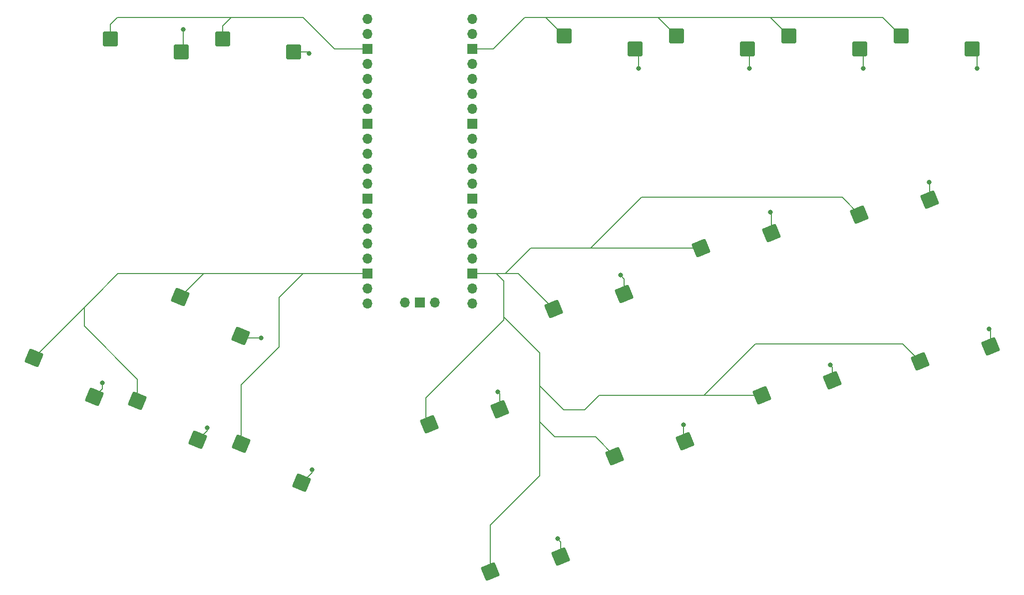
<source format=gbr>
%TF.GenerationSoftware,KiCad,Pcbnew,7.0.5*%
%TF.CreationDate,2023-08-11T22:31:08-05:00*%
%TF.ProjectId,ArkeyV2,41726b65-7956-4322-9e6b-696361645f70,rev?*%
%TF.SameCoordinates,Original*%
%TF.FileFunction,Copper,L2,Bot*%
%TF.FilePolarity,Positive*%
%FSLAX46Y46*%
G04 Gerber Fmt 4.6, Leading zero omitted, Abs format (unit mm)*
G04 Created by KiCad (PCBNEW 7.0.5) date 2023-08-11 22:31:08*
%MOMM*%
%LPD*%
G01*
G04 APERTURE LIST*
G04 Aperture macros list*
%AMRoundRect*
0 Rectangle with rounded corners*
0 $1 Rounding radius*
0 $2 $3 $4 $5 $6 $7 $8 $9 X,Y pos of 4 corners*
0 Add a 4 corners polygon primitive as box body*
4,1,4,$2,$3,$4,$5,$6,$7,$8,$9,$2,$3,0*
0 Add four circle primitives for the rounded corners*
1,1,$1+$1,$2,$3*
1,1,$1+$1,$4,$5*
1,1,$1+$1,$6,$7*
1,1,$1+$1,$8,$9*
0 Add four rect primitives between the rounded corners*
20,1,$1+$1,$2,$3,$4,$5,0*
20,1,$1+$1,$4,$5,$6,$7,0*
20,1,$1+$1,$6,$7,$8,$9,0*
20,1,$1+$1,$8,$9,$2,$3,0*%
G04 Aperture macros list end*
%TA.AperFunction,SMDPad,CuDef*%
%ADD10RoundRect,0.250000X-0.564293X-1.316130X1.329660X-0.531629X0.564293X1.316130X-1.329660X0.531629X0*%
%TD*%
%TA.AperFunction,SMDPad,CuDef*%
%ADD11RoundRect,0.250000X-1.025000X-1.000000X1.025000X-1.000000X1.025000X1.000000X-1.025000X1.000000X0*%
%TD*%
%TA.AperFunction,SMDPad,CuDef*%
%ADD12RoundRect,0.250000X-1.329660X-0.531629X0.564293X-1.316130X1.329660X0.531629X-0.564293X1.316130X0*%
%TD*%
%TA.AperFunction,ComponentPad*%
%ADD13O,1.700000X1.700000*%
%TD*%
%TA.AperFunction,ComponentPad*%
%ADD14R,1.700000X1.700000*%
%TD*%
%TA.AperFunction,ViaPad*%
%ADD15C,0.800000*%
%TD*%
%TA.AperFunction,Conductor*%
%ADD16C,0.140000*%
%TD*%
G04 APERTURE END LIST*
D10*
%TO.P,GP14,1*%
%TO.N,N/C*%
X154720159Y-121909630D03*
%TO.P,GP14,2*%
X166648617Y-119349964D03*
%TD*%
D11*
%TO.P,GP1,1*%
%TO.N,N/C*%
X109364000Y-31592000D03*
%TO.P,GP1,2*%
X121364000Y-33792000D03*
%TD*%
D12*
%TO.P,GP13,2*%
%TO.N,N/C*%
X122739622Y-106855332D03*
%TO.P,GP13,1*%
X112494971Y-100230596D03*
%TD*%
D10*
%TO.P,GP15,1*%
%TO.N,N/C*%
X144387707Y-96964882D03*
%TO.P,GP15,2*%
X156316165Y-94405216D03*
%TD*%
%TO.P,GP18,1*%
%TO.N,N/C*%
X200782820Y-92005929D03*
%TO.P,GP18,2*%
X212711278Y-89446263D03*
%TD*%
D11*
%TO.P,GP28,1*%
%TO.N,N/C*%
X167276000Y-31084000D03*
%TO.P,GP28,2*%
X179276000Y-33284000D03*
%TD*%
%TO.P,GP22,1*%
%TO.N,N/C*%
X224426000Y-31084000D03*
%TO.P,GP22,2*%
X236426000Y-33284000D03*
%TD*%
D10*
%TO.P,GP17,1*%
%TO.N,N/C*%
X165505620Y-77393634D03*
%TO.P,GP17,2*%
X177434078Y-74833968D03*
%TD*%
D12*
%TO.P,GP12,2*%
%TO.N,N/C*%
X105139717Y-99565212D03*
%TO.P,GP12,1*%
X94895066Y-92940476D03*
%TD*%
D11*
%TO.P,GP27,1*%
%TO.N,N/C*%
X186326000Y-31084000D03*
%TO.P,GP27,2*%
X198326000Y-33284000D03*
%TD*%
D10*
%TO.P,GP21,1*%
%TO.N,N/C*%
X227640984Y-86292874D03*
%TO.P,GP21,2*%
X239569442Y-83733208D03*
%TD*%
D12*
%TO.P,GP10,1*%
%TO.N,N/C*%
X77295161Y-85650357D03*
%TO.P,GP10,2*%
X87539812Y-92275093D03*
%TD*%
D11*
%TO.P,GP26,1*%
%TO.N,N/C*%
X205376000Y-31084000D03*
%TO.P,GP26,2*%
X217376000Y-33284000D03*
%TD*%
D12*
%TO.P,GP11,2*%
%TO.N,N/C*%
X112429836Y-81965308D03*
%TO.P,GP11,1*%
X102185185Y-75340572D03*
%TD*%
D10*
%TO.P,GP16,1*%
%TO.N,N/C*%
X175838072Y-102338382D03*
%TO.P,GP16,2*%
X187766530Y-99778716D03*
%TD*%
D13*
%TO.P,REF\u002A\u002A,1*%
%TO.N,N/C*%
X133858000Y-28194000D03*
%TO.P,REF\u002A\u002A,2*%
X133858000Y-30734000D03*
D14*
%TO.P,REF\u002A\u002A,3*%
X133858000Y-33274000D03*
D13*
%TO.P,REF\u002A\u002A,4*%
X133858000Y-35814000D03*
%TO.P,REF\u002A\u002A,5*%
X133858000Y-38354000D03*
%TO.P,REF\u002A\u002A,6*%
X133858000Y-40894000D03*
%TO.P,REF\u002A\u002A,7*%
X133858000Y-43434000D03*
D14*
%TO.P,REF\u002A\u002A,8*%
X133858000Y-45974000D03*
D13*
%TO.P,REF\u002A\u002A,9*%
X133858000Y-48514000D03*
%TO.P,REF\u002A\u002A,10*%
X133858000Y-51054000D03*
%TO.P,REF\u002A\u002A,11*%
X133858000Y-53594000D03*
%TO.P,REF\u002A\u002A,12*%
X133858000Y-56134000D03*
D14*
%TO.P,REF\u002A\u002A,13*%
X133858000Y-58674000D03*
D13*
%TO.P,REF\u002A\u002A,14*%
X133858000Y-61214000D03*
%TO.P,REF\u002A\u002A,15*%
X133858000Y-63754000D03*
%TO.P,REF\u002A\u002A,16*%
X133858000Y-66294000D03*
%TO.P,REF\u002A\u002A,17*%
X133858000Y-68834000D03*
D14*
%TO.P,REF\u002A\u002A,18*%
X133858000Y-71374000D03*
D13*
%TO.P,REF\u002A\u002A,19*%
X133858000Y-73914000D03*
%TO.P,REF\u002A\u002A,20*%
X133858000Y-76454000D03*
%TO.P,REF\u002A\u002A,21*%
X151638000Y-76454000D03*
%TO.P,REF\u002A\u002A,22*%
X151638000Y-73914000D03*
D14*
%TO.P,REF\u002A\u002A,23*%
X151638000Y-71374000D03*
D13*
%TO.P,REF\u002A\u002A,24*%
X151638000Y-68834000D03*
%TO.P,REF\u002A\u002A,25*%
X151638000Y-66294000D03*
%TO.P,REF\u002A\u002A,26*%
X151638000Y-63754000D03*
%TO.P,REF\u002A\u002A,27*%
X151638000Y-61214000D03*
D14*
%TO.P,REF\u002A\u002A,28*%
X151638000Y-58674000D03*
D13*
%TO.P,REF\u002A\u002A,29*%
X151638000Y-56134000D03*
%TO.P,REF\u002A\u002A,30*%
X151638000Y-53594000D03*
%TO.P,REF\u002A\u002A,31*%
X151638000Y-51054000D03*
%TO.P,REF\u002A\u002A,32*%
X151638000Y-48514000D03*
D14*
%TO.P,REF\u002A\u002A,33*%
X151638000Y-45974000D03*
D13*
%TO.P,REF\u002A\u002A,34*%
X151638000Y-43434000D03*
%TO.P,REF\u002A\u002A,35*%
X151638000Y-40894000D03*
%TO.P,REF\u002A\u002A,36*%
X151638000Y-38354000D03*
%TO.P,REF\u002A\u002A,37*%
X151638000Y-35814000D03*
D14*
%TO.P,REF\u002A\u002A,38*%
X151638000Y-33274000D03*
D13*
%TO.P,REF\u002A\u002A,39*%
X151638000Y-30734000D03*
%TO.P,REF\u002A\u002A,40*%
X151638000Y-28194000D03*
%TO.P,REF\u002A\u002A,41*%
X140208000Y-76224000D03*
D14*
%TO.P,REF\u002A\u002A,42*%
X142748000Y-76224000D03*
D13*
%TO.P,REF\u002A\u002A,43*%
X145288000Y-76224000D03*
%TD*%
D11*
%TO.P,GP0,1*%
%TO.N,N/C*%
X90314000Y-31592000D03*
%TO.P,GP0,2*%
X102314000Y-33792000D03*
%TD*%
D10*
%TO.P,GP20,1*%
%TO.N,N/C*%
X217308531Y-61348126D03*
%TO.P,GP20,2*%
X229236989Y-58788460D03*
%TD*%
%TO.P,GP19,1*%
%TO.N,N/C*%
X190450367Y-67061181D03*
%TO.P,GP19,2*%
X202378825Y-64501515D03*
%TD*%
D15*
%TO.N,*%
X237236000Y-36576000D03*
X212344000Y-86868000D03*
X198628000Y-36576000D03*
X88900000Y-89916000D03*
X155956000Y-91440000D03*
X124460000Y-104648000D03*
X187452000Y-97028000D03*
X176784000Y-71628000D03*
X179832000Y-36576000D03*
X229108000Y-55880000D03*
X166116000Y-116332000D03*
X115824000Y-82296000D03*
X123952000Y-34036000D03*
X106680000Y-97536000D03*
X102616000Y-29972000D03*
X239268000Y-80772000D03*
X217932000Y-36576000D03*
X202184000Y-60960000D03*
%TD*%
D16*
%TO.N,*%
X102616000Y-33490000D02*
X102314000Y-33792000D01*
X102616000Y-29972000D02*
X102616000Y-33490000D01*
X123708000Y-33792000D02*
X123952000Y-34036000D01*
X121364000Y-33792000D02*
X123708000Y-33792000D01*
X179276000Y-33284000D02*
X179832000Y-33840000D01*
X179832000Y-33840000D02*
X179832000Y-36576000D01*
X198628000Y-33586000D02*
X198628000Y-36576000D01*
X198326000Y-33284000D02*
X198628000Y-33586000D01*
X217932000Y-33840000D02*
X217932000Y-36576000D01*
X217376000Y-33284000D02*
X217932000Y-33840000D01*
X237236000Y-34094000D02*
X237236000Y-36576000D01*
X236426000Y-33284000D02*
X237236000Y-34094000D01*
X239569442Y-81073442D02*
X239268000Y-80772000D01*
X239569442Y-83733208D02*
X239569442Y-81073442D01*
X229236989Y-56008989D02*
X229108000Y-55880000D01*
X229236989Y-58788460D02*
X229236989Y-56008989D01*
X202378825Y-61154825D02*
X202184000Y-60960000D01*
X202378825Y-64501515D02*
X202378825Y-61154825D01*
X212711278Y-87235278D02*
X212344000Y-86868000D01*
X212711278Y-89446263D02*
X212711278Y-87235278D01*
X177434078Y-72278078D02*
X176784000Y-71628000D01*
X177434078Y-74833968D02*
X177434078Y-72278078D01*
X187766530Y-99778716D02*
X187452000Y-99464186D01*
X187452000Y-99464186D02*
X187452000Y-97028000D01*
X166648617Y-119349964D02*
X166648617Y-116864617D01*
X166648617Y-116864617D02*
X166116000Y-116332000D01*
X156316165Y-94405216D02*
X156316165Y-91800165D01*
X156316165Y-91800165D02*
X155956000Y-91440000D01*
X88900000Y-90914905D02*
X88900000Y-89916000D01*
X87539812Y-92275093D02*
X88900000Y-90914905D01*
X106680000Y-98024929D02*
X106680000Y-97536000D01*
X105139717Y-99565212D02*
X106680000Y-98024929D01*
X124460000Y-105134954D02*
X124460000Y-104648000D01*
X122739622Y-106855332D02*
X124460000Y-105134954D01*
X112760528Y-82296000D02*
X115824000Y-82296000D01*
X112429836Y-81965308D02*
X112760528Y-82296000D01*
X118872000Y-75438000D02*
X122936000Y-71374000D01*
X118872000Y-83820000D02*
X118872000Y-75438000D01*
X106680000Y-71374000D02*
X122936000Y-71374000D01*
X112494971Y-90197029D02*
X118872000Y-83820000D01*
X122936000Y-71374000D02*
X133858000Y-71374000D01*
X112494971Y-100230596D02*
X112494971Y-90197029D01*
X85852000Y-80264000D02*
X85852000Y-77093518D01*
X85852000Y-77093518D02*
X87314759Y-75630759D01*
X87314759Y-75630759D02*
X77295161Y-85650357D01*
X94895066Y-89307066D02*
X85852000Y-80264000D01*
X91571518Y-71374000D02*
X87314759Y-75630759D01*
X94895066Y-92940476D02*
X94895066Y-89307066D01*
X106680000Y-71374000D02*
X91571518Y-71374000D01*
X106151757Y-71374000D02*
X106680000Y-71374000D01*
X102185185Y-75340572D02*
X106151757Y-71374000D01*
X200782820Y-92005929D02*
X187452000Y-92005929D01*
X187452000Y-92005929D02*
X173170071Y-92005929D01*
X190950071Y-92005929D02*
X187452000Y-92005929D01*
X224660110Y-83312000D02*
X199644000Y-83312000D01*
X199644000Y-83312000D02*
X190950071Y-92005929D01*
X227640984Y-86292874D02*
X224660110Y-83312000D01*
X170688000Y-94488000D02*
X167132000Y-94488000D01*
X163068000Y-90424000D02*
X163068000Y-84836000D01*
X167132000Y-94488000D02*
X163068000Y-90424000D01*
X173170071Y-92005929D02*
X170688000Y-94488000D01*
X163068000Y-95504000D02*
X163068000Y-90424000D01*
X165608000Y-99060000D02*
X163068000Y-96520000D01*
X163068000Y-105664000D02*
X163068000Y-95504000D01*
X172559690Y-99060000D02*
X165608000Y-99060000D01*
X175838072Y-102338382D02*
X172559690Y-99060000D01*
X163068000Y-96520000D02*
X163068000Y-95504000D01*
X156972000Y-78740000D02*
X156972000Y-72644000D01*
X156972000Y-79248000D02*
X156972000Y-78740000D01*
X154720159Y-114011841D02*
X163068000Y-105664000D01*
X154720159Y-121909630D02*
X154720159Y-114011841D01*
X163068000Y-84836000D02*
X156972000Y-78740000D01*
X180340000Y-58420000D02*
X171704000Y-67056000D01*
X168148000Y-67056000D02*
X161544000Y-67056000D01*
X171704000Y-67056000D02*
X168148000Y-67056000D01*
X214380405Y-58420000D02*
X180340000Y-58420000D01*
X217308531Y-61348126D02*
X214380405Y-58420000D01*
X190445186Y-67056000D02*
X168148000Y-67056000D01*
X156464000Y-71374000D02*
X151638000Y-71374000D01*
X157226000Y-71374000D02*
X156464000Y-71374000D01*
X159485986Y-71374000D02*
X156464000Y-71374000D01*
X161544000Y-67056000D02*
X157226000Y-71374000D01*
X190450367Y-67061181D02*
X190445186Y-67056000D01*
X155702000Y-71374000D02*
X151638000Y-71374000D01*
X143764000Y-92456000D02*
X156972000Y-79248000D01*
X143764000Y-96341175D02*
X143764000Y-92456000D01*
X156972000Y-72644000D02*
X155702000Y-71374000D01*
X144387707Y-96964882D02*
X143764000Y-96341175D01*
X165505620Y-77393634D02*
X159485986Y-71374000D01*
X221282000Y-27940000D02*
X201168000Y-27940000D01*
X224426000Y-31084000D02*
X221282000Y-27940000D01*
X202232000Y-27940000D02*
X201168000Y-27940000D01*
X201168000Y-27940000D02*
X182372000Y-27940000D01*
X205376000Y-31084000D02*
X202232000Y-27940000D01*
X182372000Y-27940000D02*
X163576000Y-27940000D01*
X183182000Y-27940000D02*
X182372000Y-27940000D01*
X186326000Y-31084000D02*
X183182000Y-27940000D01*
X163576000Y-27940000D02*
X160528000Y-27940000D01*
X164132000Y-27940000D02*
X163576000Y-27940000D01*
X160528000Y-27940000D02*
X155194000Y-33274000D01*
X155194000Y-33274000D02*
X151638000Y-33274000D01*
X167276000Y-31084000D02*
X164132000Y-27940000D01*
X109364000Y-29320000D02*
X110744000Y-27940000D01*
X109364000Y-31592000D02*
X109364000Y-29320000D01*
X110744000Y-27940000D02*
X122936000Y-27940000D01*
X91440000Y-27940000D02*
X110744000Y-27940000D01*
X122936000Y-27940000D02*
X128270000Y-33274000D01*
X90314000Y-29066000D02*
X91440000Y-27940000D01*
X128270000Y-33274000D02*
X133858000Y-33274000D01*
X90314000Y-31592000D02*
X90314000Y-29066000D01*
%TD*%
M02*

</source>
